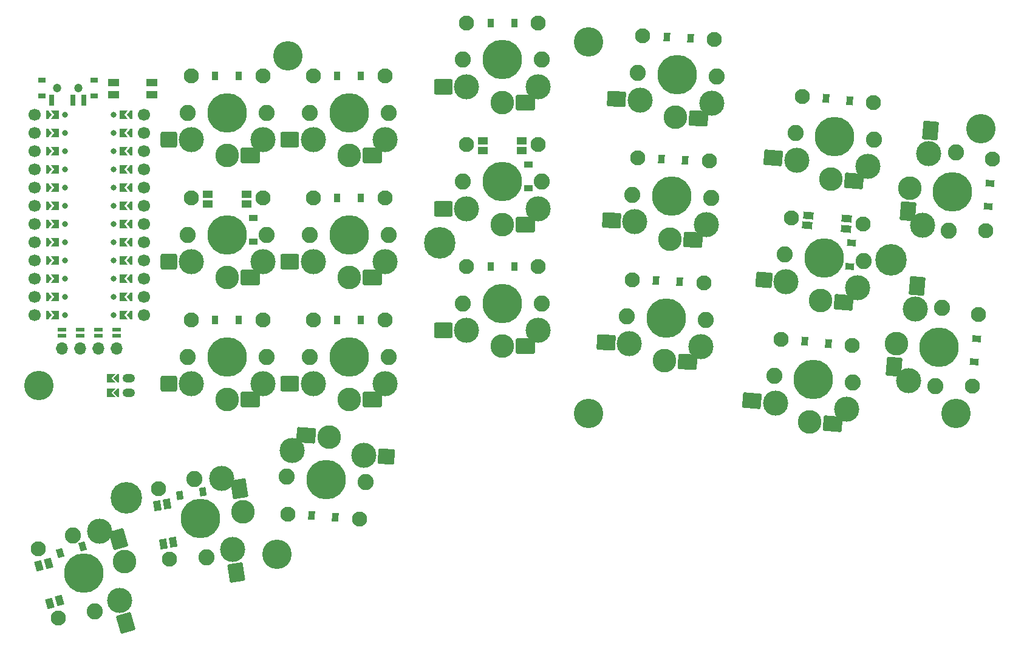
<source format=gbs>
G04 #@! TF.GenerationSoftware,KiCad,Pcbnew,8.0.4*
G04 #@! TF.CreationDate,2024-08-08T10:24:45+04:00*
G04 #@! TF.ProjectId,ouleetka,6f756c65-6574-46b6-912e-6b696361645f,0.1*
G04 #@! TF.SameCoordinates,Original*
G04 #@! TF.FileFunction,Soldermask,Bot*
G04 #@! TF.FilePolarity,Negative*
%FSLAX46Y46*%
G04 Gerber Fmt 4.6, Leading zero omitted, Abs format (unit mm)*
G04 Created by KiCad (PCBNEW 8.0.4) date 2024-08-08 10:24:45*
%MOMM*%
%LPD*%
G01*
G04 APERTURE LIST*
G04 Aperture macros list*
%AMRoundRect*
0 Rectangle with rounded corners*
0 $1 Rounding radius*
0 $2 $3 $4 $5 $6 $7 $8 $9 X,Y pos of 4 corners*
0 Add a 4 corners polygon primitive as box body*
4,1,4,$2,$3,$4,$5,$6,$7,$8,$9,$2,$3,0*
0 Add four circle primitives for the rounded corners*
1,1,$1+$1,$2,$3*
1,1,$1+$1,$4,$5*
1,1,$1+$1,$6,$7*
1,1,$1+$1,$8,$9*
0 Add four rect primitives between the rounded corners*
20,1,$1+$1,$2,$3,$4,$5,0*
20,1,$1+$1,$4,$5,$6,$7,0*
20,1,$1+$1,$6,$7,$8,$9,0*
20,1,$1+$1,$8,$9,$2,$3,0*%
%AMRotRect*
0 Rectangle, with rotation*
0 The origin of the aperture is its center*
0 $1 length*
0 $2 width*
0 $3 Rotation angle, in degrees counterclockwise*
0 Add horizontal line*
21,1,$1,$2,0,0,$3*%
%AMFreePoly0*
4,1,6,0.600000,-1.000000,0.000000,-0.400000,-0.600000,-1.000000,-0.600000,0.250000,0.600000,0.250000,0.600000,-1.000000,0.600000,-1.000000,$1*%
%AMFreePoly1*
4,1,6,0.600000,-0.200000,0.600000,-0.400000,-0.600000,-0.400000,-0.600000,-0.200000,0.000000,0.400000,0.600000,-0.200000,0.600000,-0.200000,$1*%
%AMFreePoly2*
4,1,6,0.250000,0.000000,-0.250000,-0.625000,-0.500000,-0.625000,-0.500000,0.625000,-0.250000,0.625000,0.250000,0.000000,0.250000,0.000000,$1*%
%AMFreePoly3*
4,1,6,0.500000,-0.625000,-0.650000,-0.625000,-0.150000,0.000000,-0.650000,0.625000,0.500000,0.625000,0.500000,-0.625000,0.500000,-0.625000,$1*%
G04 Aperture macros list end*
%ADD10RotRect,0.900000X1.200000X175.000000*%
%ADD11C,4.100000*%
%ADD12RotRect,0.900000X1.200000X16.000000*%
%ADD13R,0.900000X1.200000*%
%ADD14FreePoly0,90.000000*%
%ADD15O,1.750000X1.200000*%
%ADD16FreePoly1,90.000000*%
%ADD17R,1.200000X0.900000*%
%ADD18R,1.000000X0.800000*%
%ADD19C,1.200000*%
%ADD20R,0.700000X1.500000*%
%ADD21RotRect,0.900000X1.200000X85.000000*%
%ADD22RotRect,0.900000X1.200000X177.500000*%
%ADD23R,1.550000X1.000000*%
%ADD24RotRect,0.900000X1.200000X9.000000*%
%ADD25C,4.400000*%
%ADD26RotRect,0.900000X1.200000X356.000000*%
%ADD27O,1.700000X1.700000*%
%ADD28R,1.200000X0.600000*%
%ADD29RotRect,0.900000X1.200000X265.000000*%
%ADD30FreePoly2,0.000000*%
%ADD31FreePoly3,0.000000*%
%ADD32FreePoly3,180.000000*%
%ADD33FreePoly2,180.000000*%
%ADD34C,0.800000*%
%ADD35C,1.700000*%
%ADD36C,2.250000*%
%ADD37C,2.100000*%
%ADD38C,3.300000*%
%ADD39C,5.500000*%
%ADD40RoundRect,0.215000X1.006396X0.775237X-0.856488X0.938218X-1.006396X-0.775237X0.856488X-0.938218X0*%
%ADD41C,3.500000*%
%ADD42RoundRect,0.215000X1.180730X0.759985X-1.030822X0.953470X-1.180730X-0.759985X1.030822X-0.953470X0*%
%ADD43RoundRect,0.215000X1.121480X0.811854X-1.046455X0.906509X-1.121480X-0.811854X1.046455X-0.906509X0*%
%ADD44RoundRect,0.215000X1.146456X0.810764X-1.071431X0.907599X-1.146456X-0.810764X1.071431X-0.907599X0*%
%ADD45RoundRect,0.215000X0.935000X0.860000X-0.935000X0.860000X-0.935000X-0.860000X0.935000X-0.860000X0*%
%ADD46RoundRect,0.215000X1.110000X0.860000X-1.110000X0.860000X-1.110000X-0.860000X1.110000X-0.860000X0*%
%ADD47RoundRect,0.215000X-1.125752X0.805921X-0.527619X-1.280017X1.125752X-0.805921X0.527619X1.280017X0*%
%ADD48RoundRect,0.215000X-1.132643X0.829952X-0.520728X-1.304049X1.132643X-0.829952X0.520728X1.304049X0*%
%ADD49RoundRect,0.215000X1.155825X0.762163X-1.005917X0.951291X-1.155825X-0.762163X1.005917X-0.951291X0*%
%ADD50RoundRect,0.215000X1.085000X0.860000X-1.085000X0.860000X-1.085000X-0.860000X1.085000X-0.860000X0*%
%ADD51RoundRect,0.215000X0.762163X-1.155825X0.951291X1.005917X-0.762163X1.155825X-0.951291X-1.005917X0*%
%ADD52RoundRect,0.215000X0.759985X-1.180730X0.953470X1.030822X-0.759985X1.180730X-0.953470X-1.030822X0*%
%ADD53RotRect,1.400000X1.000000X106.000000*%
%ADD54RoundRect,0.215000X-0.992713X-0.792683X0.872732X-0.923127X0.992713X0.792683X-0.872732X0.923127X0*%
%ADD55RoundRect,0.215000X-1.167287X-0.780475X1.047306X-0.935335X1.167287X0.780475X-1.047306X0.935335X0*%
%ADD56RotRect,1.400000X1.000000X99.000000*%
%ADD57R,1.400000X1.000000*%
%ADD58RotRect,1.400000X1.000000X355.000000*%
%ADD59RoundRect,0.215000X-1.019143X0.937108X-0.679681X-1.206175X1.019143X-0.937108X0.679681X1.206175X0*%
%ADD60RoundRect,0.215000X-1.023054X0.961800X-0.675770X-1.230868X1.023054X-0.961800X0.675770X1.230868X0*%
G04 APERTURE END LIST*
D10*
X186803595Y-64278250D03*
X183516153Y-63990636D03*
D11*
X150375000Y-56075000D03*
D12*
X76718786Y-127376956D03*
X79890950Y-126467352D03*
D13*
X118650000Y-77850000D03*
X115350000Y-77850000D03*
D14*
X83484000Y-105000000D03*
X83484000Y-103000000D03*
D15*
X86300000Y-103000000D03*
X86300000Y-105000000D03*
D16*
X84500000Y-103000000D03*
X84500000Y-105000000D03*
D13*
X118650000Y-94850000D03*
X115350000Y-94850000D03*
D11*
X201629000Y-107925000D03*
D13*
X140025000Y-87425000D03*
X136725000Y-87425000D03*
D17*
X103625000Y-80600000D03*
X103625000Y-83900000D03*
D11*
X150375000Y-107925000D03*
D18*
X74150000Y-63585000D03*
X81450000Y-63585000D03*
D19*
X76300000Y-62475000D03*
X79300000Y-62475000D03*
D18*
X74150000Y-61375000D03*
X81450000Y-61375000D03*
D20*
X75550000Y-64235000D03*
X78550000Y-64235000D03*
X80050000Y-64235000D03*
D21*
X206088204Y-79065284D03*
X206375818Y-75777842D03*
X204192567Y-100732519D03*
X204480181Y-97445077D03*
D22*
X163852274Y-72546909D03*
X160555414Y-72402965D03*
D23*
X84225000Y-61750000D03*
X84225000Y-63450000D03*
X89475000Y-61750000D03*
X89475000Y-63450000D03*
D13*
X101650000Y-94850000D03*
X98350000Y-94850000D03*
D24*
X93371971Y-119307916D03*
X96631343Y-118791682D03*
D22*
X163110745Y-89530729D03*
X159813885Y-89386785D03*
D25*
X192574422Y-86515832D03*
D10*
X183840300Y-98148870D03*
X180552858Y-97861256D03*
D17*
X142000000Y-73175000D03*
X142000000Y-76475000D03*
D11*
X73800000Y-104000000D03*
X205116000Y-68150000D03*
D22*
X164593804Y-55563089D03*
X161296944Y-55419145D03*
D13*
X118650000Y-60850000D03*
X115350000Y-60850000D03*
D26*
X111817308Y-122142262D03*
X115109270Y-122372458D03*
D27*
X76990000Y-98820000D03*
X79530000Y-98820000D03*
X82070000Y-98820000D03*
X84610000Y-98820000D03*
D28*
X84610000Y-97070000D03*
X82070000Y-97070000D03*
X79530000Y-97070000D03*
X76990000Y-97070000D03*
X84610000Y-96170000D03*
X82070000Y-96170000D03*
X79530000Y-96170000D03*
X76990000Y-96170000D03*
D11*
X107000000Y-127500000D03*
D29*
X187049754Y-84125229D03*
X186762140Y-87412671D03*
D25*
X86000000Y-119675000D03*
D13*
X140025000Y-53425000D03*
X136725000Y-53425000D03*
D11*
X108500000Y-58000000D03*
D13*
X101650000Y-60850000D03*
X98350000Y-60850000D03*
D30*
X75300000Y-66230000D03*
X75300000Y-68770000D03*
X75300000Y-71310000D03*
X75300000Y-73850000D03*
X75300000Y-76390000D03*
X75300000Y-78930000D03*
X75300000Y-81470000D03*
X75300000Y-84010000D03*
X75300000Y-86550000D03*
X75300000Y-89090000D03*
X75300000Y-91630000D03*
X75300000Y-94170000D03*
D31*
X76025000Y-66230000D03*
X76025000Y-68770000D03*
X76025000Y-71310000D03*
X76025000Y-73850000D03*
X76025000Y-76390000D03*
X76025000Y-78930000D03*
X76025000Y-81470000D03*
X76025000Y-84010000D03*
X76025000Y-86550000D03*
X76025000Y-89090000D03*
X76025000Y-91630000D03*
X76025000Y-94170000D03*
D32*
X85575000Y-66230000D03*
X85575000Y-68770000D03*
X85575000Y-71310000D03*
X85575000Y-73850000D03*
X85575000Y-76390000D03*
X85575000Y-78930000D03*
X85575000Y-81470000D03*
X85575000Y-84010000D03*
X85575000Y-86550000D03*
X85575000Y-89090000D03*
X85575000Y-91630000D03*
X85575000Y-94170000D03*
D33*
X86300000Y-66230000D03*
X86300000Y-68770000D03*
X86300000Y-71310000D03*
X86300000Y-73850000D03*
X86300000Y-76390000D03*
X86300000Y-78930000D03*
X86300000Y-81470000D03*
X86300000Y-84010000D03*
X86300000Y-86550000D03*
X86300000Y-89090000D03*
X86300000Y-91630000D03*
X86300000Y-94170000D03*
D34*
X84200000Y-66230000D03*
D35*
X88420000Y-66230000D03*
D34*
X84200000Y-68770000D03*
D35*
X88420000Y-68770000D03*
D34*
X84200000Y-71310000D03*
D35*
X88420000Y-71310000D03*
D34*
X84200000Y-73850000D03*
D35*
X88420000Y-73850000D03*
D34*
X84200000Y-76390000D03*
D35*
X88420000Y-76390000D03*
D34*
X84200000Y-78930000D03*
D35*
X88420000Y-78930000D03*
D34*
X84200000Y-81470000D03*
D35*
X88420000Y-81470000D03*
D34*
X84200000Y-84010000D03*
D35*
X88420000Y-84010000D03*
D34*
X84200000Y-86550000D03*
D35*
X88420000Y-86550000D03*
D34*
X84200000Y-89090000D03*
D35*
X88420000Y-89090000D03*
D34*
X84200000Y-91630000D03*
D35*
X88420000Y-91630000D03*
D34*
X84200000Y-94170000D03*
D35*
X88420000Y-94170000D03*
X73180000Y-94170000D03*
D34*
X77400000Y-94170000D03*
D35*
X73180000Y-91630000D03*
D34*
X77400000Y-91630000D03*
D35*
X73180000Y-89090000D03*
D34*
X77400000Y-89090000D03*
D35*
X73180000Y-86550000D03*
D34*
X77400000Y-86550000D03*
D35*
X73180000Y-84010000D03*
D34*
X77400000Y-84010000D03*
D35*
X73180000Y-81470000D03*
D34*
X77400000Y-81470000D03*
D35*
X73180000Y-78930000D03*
D34*
X77400000Y-78930000D03*
D35*
X73180000Y-76390000D03*
D34*
X77400000Y-76390000D03*
D35*
X73180000Y-73850000D03*
D34*
X77400000Y-73850000D03*
D35*
X73180000Y-71310000D03*
D34*
X77400000Y-71310000D03*
D35*
X73180000Y-68770000D03*
D34*
X77400000Y-68770000D03*
D35*
X73180000Y-66230000D03*
D34*
X77400000Y-66230000D03*
D25*
X129625000Y-84075000D03*
D36*
X188708445Y-86679513D03*
D37*
X188659200Y-81505532D03*
D38*
X182710797Y-92127514D03*
D39*
X183229374Y-86200156D03*
D37*
X178697253Y-80633975D03*
D36*
X177750303Y-85720799D03*
D40*
X174835853Y-89230142D03*
D41*
X187883513Y-90371665D03*
D42*
X185943449Y-92410335D03*
D41*
X177921563Y-89500107D03*
D36*
X167473969Y-77859942D03*
D37*
X167199085Y-72693034D03*
D38*
X161719669Y-83564372D03*
D39*
X161979204Y-77620035D03*
D37*
X157208603Y-72256840D03*
D36*
X156484439Y-77380128D03*
D43*
X153575981Y-81006715D03*
D41*
X166810872Y-81584563D03*
D44*
X164961580Y-83705917D03*
D41*
X156820390Y-81148369D03*
D36*
X105500000Y-66000000D03*
D37*
X105000000Y-60850000D03*
D38*
X100000000Y-71950000D03*
D39*
X100000000Y-66000000D03*
D37*
X95000000Y-60850000D03*
D36*
X94500000Y-66000000D03*
D45*
X91902500Y-69750000D03*
D41*
X105000000Y-69750000D03*
D46*
X103245000Y-71950000D03*
D41*
X95000000Y-69750000D03*
D36*
X166732440Y-94843762D03*
D37*
X166457556Y-89676854D03*
D38*
X160978140Y-100548192D03*
D39*
X161237675Y-94603855D03*
D37*
X156467074Y-89240660D03*
D36*
X155742910Y-94363948D03*
D43*
X152834452Y-97990535D03*
D41*
X166069343Y-98568383D03*
D44*
X164220051Y-100689737D03*
D41*
X156078861Y-98132189D03*
D36*
X78508995Y-124913061D03*
D37*
X73696315Y-126813224D03*
D38*
X85744507Y-128559958D03*
D39*
X80025000Y-130200000D03*
D37*
X76452689Y-136425841D03*
D36*
X81541005Y-135486939D03*
D47*
X85903049Y-137094366D03*
D41*
X82251546Y-124360051D03*
D48*
X84850064Y-125440664D03*
D41*
X85007918Y-133972668D03*
D36*
X190190093Y-69744203D03*
D37*
X190140848Y-64570222D03*
D38*
X184192445Y-75192204D03*
D39*
X184711022Y-69264846D03*
D37*
X180178901Y-63698665D03*
D36*
X179231951Y-68785489D03*
D49*
X176168072Y-72281759D03*
D41*
X189365161Y-73436355D03*
D42*
X187425097Y-75475025D03*
D41*
X179403211Y-72564797D03*
D36*
X105500000Y-83000000D03*
D37*
X105000000Y-77850000D03*
D38*
X100000000Y-88950000D03*
D39*
X100000000Y-83000000D03*
D37*
X95000000Y-77850000D03*
D36*
X94500000Y-83000000D03*
D45*
X91902500Y-86750000D03*
D41*
X105000000Y-86750000D03*
D46*
X103245000Y-88950000D03*
D41*
X95000000Y-86750000D03*
D36*
X143875000Y-58575000D03*
D37*
X143375000Y-53425000D03*
D38*
X138375000Y-64525000D03*
D39*
X138375000Y-58575000D03*
D37*
X133375000Y-53425000D03*
D36*
X132875000Y-58575000D03*
D50*
X130127500Y-62325000D03*
D41*
X143375000Y-62325000D03*
D46*
X141620000Y-64525000D03*
D41*
X133375000Y-62325000D03*
D36*
X143875000Y-75575000D03*
D37*
X143375000Y-70425000D03*
D38*
X138375000Y-81525000D03*
D39*
X138375000Y-75575000D03*
D37*
X133375000Y-70425000D03*
D36*
X132875000Y-75575000D03*
D50*
X130127500Y-79325000D03*
D41*
X143375000Y-79325000D03*
D46*
X141620000Y-81525000D03*
D41*
X133375000Y-79325000D03*
D36*
X200622252Y-82451782D03*
D37*
X205796233Y-82402537D03*
D38*
X195174251Y-76454134D03*
D39*
X201101609Y-76972711D03*
D37*
X206667790Y-72440590D03*
D36*
X201580966Y-71493640D03*
D51*
X198084696Y-68429761D03*
D41*
X196930100Y-81626850D03*
D52*
X194891430Y-79686786D03*
D41*
X197801658Y-71664900D03*
D36*
X122500000Y-66000000D03*
D37*
X122000000Y-60850000D03*
D38*
X117000000Y-71950000D03*
D39*
X117000000Y-66000000D03*
D37*
X112000000Y-60850000D03*
D36*
X111500000Y-66000000D03*
D50*
X108752500Y-69750000D03*
D41*
X122000000Y-69750000D03*
D46*
X120245000Y-71950000D03*
D41*
X112000000Y-69750000D03*
D36*
X187226798Y-103614823D03*
D37*
X187177553Y-98440842D03*
D38*
X181229150Y-109062824D03*
D39*
X181747727Y-103135466D03*
D37*
X177215606Y-97569285D03*
D36*
X176268656Y-102656109D03*
D49*
X173204777Y-106152379D03*
D41*
X186401866Y-107306975D03*
D42*
X184461802Y-109345645D03*
D41*
X176439916Y-106435417D03*
D53*
X73801588Y-129175727D03*
X75147354Y-128789834D03*
X76635796Y-133980647D03*
X75290030Y-134366540D03*
D36*
X122500000Y-100000000D03*
D37*
X122000000Y-94850000D03*
D38*
X117000000Y-105950000D03*
D39*
X117000000Y-100000000D03*
D37*
X112000000Y-94850000D03*
D36*
X111500000Y-100000000D03*
D50*
X108752500Y-103750000D03*
D41*
X122000000Y-103750000D03*
D46*
X120245000Y-105950000D03*
D41*
X112000000Y-103750000D03*
D36*
X108335933Y-116736244D03*
D37*
X108475469Y-121908577D03*
D38*
X114237586Y-111184399D03*
D39*
X113822535Y-117119905D03*
D37*
X118451109Y-122606142D03*
D36*
X119309137Y-117503566D03*
D54*
X122161897Y-113943893D03*
D41*
X109096302Y-113030257D03*
D55*
X111000491Y-110958039D03*
D41*
X119071942Y-113727822D03*
D56*
X90257302Y-120737762D03*
X91640066Y-120518753D03*
X92484812Y-125852270D03*
X91102048Y-126071279D03*
D57*
X141075000Y-69875000D03*
X141075000Y-71275000D03*
X135675000Y-71275000D03*
X135675000Y-69875000D03*
D36*
X198726614Y-104119016D03*
D37*
X203900595Y-104069771D03*
D38*
X193278613Y-98121368D03*
D39*
X199205971Y-98639945D03*
D37*
X204772152Y-94107824D03*
D36*
X199685328Y-93160874D03*
D51*
X196189058Y-90096995D03*
D41*
X195034462Y-103294084D03*
D52*
X192995792Y-101354020D03*
D41*
X195906020Y-93332134D03*
D58*
X186415888Y-80757167D03*
X186293870Y-82151840D03*
X180914418Y-81681199D03*
X181036436Y-80286526D03*
D36*
X122500000Y-83000000D03*
D37*
X122000000Y-77850000D03*
D38*
X117000000Y-88950000D03*
D39*
X117000000Y-83000000D03*
D37*
X112000000Y-77850000D03*
D36*
X111500000Y-83000000D03*
D50*
X108752500Y-86750000D03*
D41*
X122000000Y-86750000D03*
D46*
X120245000Y-88950000D03*
D41*
X112000000Y-86750000D03*
D36*
X168215499Y-60876122D03*
D37*
X167940615Y-55709214D03*
D38*
X162461199Y-66580552D03*
D39*
X162720734Y-60636215D03*
D37*
X157950133Y-55273020D03*
D36*
X157225969Y-60396308D03*
D43*
X154317511Y-64022895D03*
D41*
X167552402Y-64600743D03*
D44*
X165703110Y-66722097D03*
D41*
X157561920Y-64164549D03*
D36*
X143875000Y-92575000D03*
D37*
X143375000Y-87425000D03*
D38*
X138375000Y-98525000D03*
D39*
X138375000Y-92575000D03*
D37*
X133375000Y-87425000D03*
D36*
X132875000Y-92575000D03*
D50*
X130127500Y-96325000D03*
D41*
X143375000Y-96325000D03*
D46*
X141620000Y-98525000D03*
D41*
X133375000Y-96325000D03*
D57*
X102700000Y-77300000D03*
X102700000Y-78700000D03*
X97300000Y-78700000D03*
X97300000Y-77300000D03*
D36*
X95449108Y-117080558D03*
D37*
X90440731Y-118380040D03*
D38*
X102186244Y-121582059D03*
D39*
X96309498Y-122512844D03*
D37*
X92005075Y-128256923D03*
D36*
X97169888Y-127945130D03*
D59*
X101303525Y-130072174D03*
D41*
X99231157Y-116987773D03*
D60*
X101678614Y-118377010D03*
D41*
X100795502Y-126864656D03*
D36*
X105500000Y-100000000D03*
D37*
X105000000Y-94850000D03*
D38*
X100000000Y-105950000D03*
D39*
X100000000Y-100000000D03*
D37*
X95000000Y-94850000D03*
D36*
X94500000Y-100000000D03*
D45*
X91902500Y-103750000D03*
D41*
X105000000Y-103750000D03*
D46*
X103245000Y-105950000D03*
D41*
X95000000Y-103750000D03*
M02*

</source>
